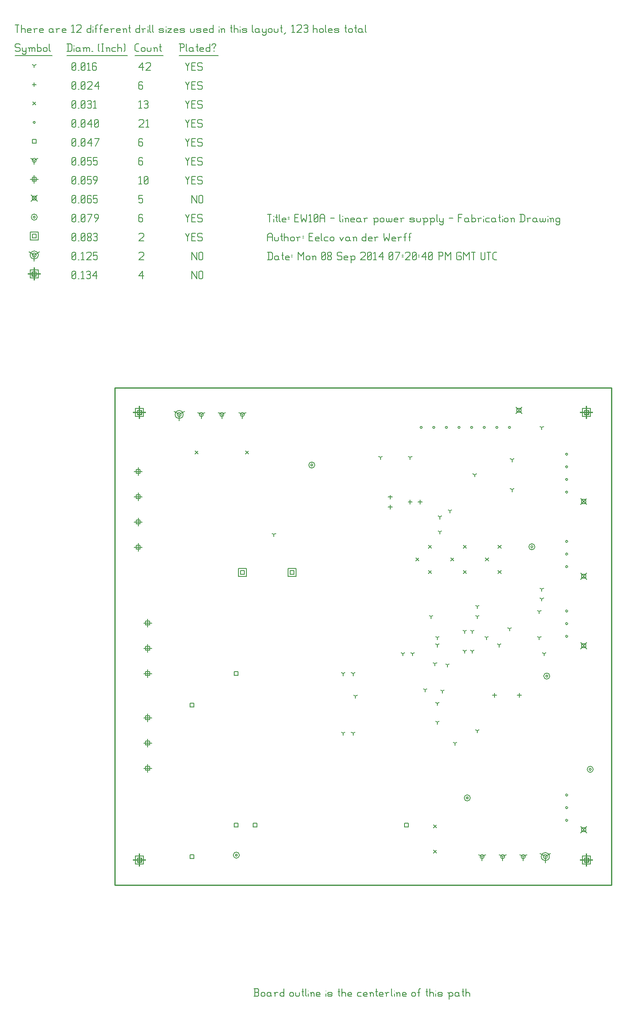
<source format=gbr>
G04 start of page 13 for group -3984 idx -3984 *
G04 Title: EW10A - linear power supply, fab *
G04 Creator: pcb 1.99z *
G04 CreationDate: Mon 08 Sep 2014 07:20:40 PM GMT UTC *
G04 For: eelco *
G04 Format: Gerber/RS-274X *
G04 PCB-Dimensions (mil): 5511.81 5511.81 *
G04 PCB-Coordinate-Origin: lower left *
%MOIN*%
%FSLAX25Y25*%
%LNFAB*%
%ADD144C,0.0100*%
%ADD143C,0.0075*%
%ADD142C,0.0060*%
%ADD141R,0.0080X0.0080*%
G54D141*X98425Y457556D02*Y447956D01*
X93625Y452756D02*X103225D01*
X96825Y454356D02*X100025D01*
X96825D02*Y451156D01*
X100025D01*
Y454356D02*Y451156D01*
X95225Y455956D02*X101625D01*
X95225D02*Y449556D01*
X101625D01*
Y455956D02*Y449556D01*
X452756Y457556D02*Y447956D01*
X447956Y452756D02*X457556D01*
X451156Y454356D02*X454356D01*
X451156D02*Y451156D01*
X454356D01*
Y454356D02*Y451156D01*
X449556Y455956D02*X455956D01*
X449556D02*Y449556D01*
X455956D01*
Y455956D02*Y449556D01*
X98425Y103225D02*Y93625D01*
X93625Y98425D02*X103225D01*
X96825Y100025D02*X100025D01*
X96825D02*Y96825D01*
X100025D01*
Y100025D02*Y96825D01*
X95225Y101625D02*X101625D01*
X95225D02*Y95225D01*
X101625D01*
Y101625D02*Y95225D01*
X452756Y103225D02*Y93625D01*
X447956Y98425D02*X457556D01*
X451156Y100025D02*X454356D01*
X451156D02*Y96825D01*
X454356D01*
Y100025D02*Y96825D01*
X449556Y101625D02*X455956D01*
X449556D02*Y95225D01*
X455956D01*
Y101625D02*Y95225D01*
X15000Y567231D02*Y557631D01*
X10200Y562431D02*X19800D01*
X13400Y564031D02*X16600D01*
X13400D02*Y560831D01*
X16600D01*
Y564031D02*Y560831D01*
X11800Y565631D02*X18200D01*
X11800D02*Y559231D01*
X18200D01*
Y565631D02*Y559231D01*
G54D142*X140000Y564681D02*Y558681D01*
Y564681D02*X143750Y558681D01*
Y564681D02*Y558681D01*
X145550Y563931D02*Y559431D01*
Y563931D02*X146300Y564681D01*
X147800D01*
X148550Y563931D01*
Y559431D01*
X147800Y558681D02*X148550Y559431D01*
X146300Y558681D02*X147800D01*
X145550Y559431D02*X146300Y558681D01*
X98000Y560931D02*X101000Y564681D01*
X98000Y560931D02*X101750D01*
X101000Y564681D02*Y558681D01*
X45000Y559431D02*X45750Y558681D01*
X45000Y563931D02*Y559431D01*
Y563931D02*X45750Y564681D01*
X47250D01*
X48000Y563931D01*
Y559431D01*
X47250Y558681D02*X48000Y559431D01*
X45750Y558681D02*X47250D01*
X45000Y560181D02*X48000Y563181D01*
X49800Y558681D02*X50550D01*
X52350Y563481D02*X53550Y564681D01*
Y558681D01*
X52350D02*X54600D01*
X56400Y563931D02*X57150Y564681D01*
X58650D01*
X59400Y563931D01*
X58650Y558681D02*X59400Y559431D01*
X57150Y558681D02*X58650D01*
X56400Y559431D02*X57150Y558681D01*
Y561981D02*X58650D01*
X59400Y563931D02*Y562731D01*
Y561231D02*Y559431D01*
Y561231D02*X58650Y561981D01*
X59400Y562731D02*X58650Y561981D01*
X61200Y560931D02*X64200Y564681D01*
X61200Y560931D02*X64950D01*
X64200Y564681D02*Y558681D01*
X420118Y101181D02*Y96381D01*
Y101181D02*X424278Y103581D01*
X420118Y101181D02*X415958Y103581D01*
X418518Y101181D02*G75*G03X421718Y101181I1600J0D01*G01*
G75*G03X418518Y101181I-1600J0D01*G01*
X416918D02*G75*G03X423318Y101181I3200J0D01*G01*
G75*G03X416918Y101181I-3200J0D01*G01*
X129882Y451181D02*Y446381D01*
Y451181D02*X134042Y453581D01*
X129882Y451181D02*X125722Y453581D01*
X128282Y451181D02*G75*G03X131482Y451181I1600J0D01*G01*
G75*G03X128282Y451181I-1600J0D01*G01*
X126682D02*G75*G03X133082Y451181I3200J0D01*G01*
G75*G03X126682Y451181I-3200J0D01*G01*
X15000Y577431D02*Y572631D01*
Y577431D02*X19160Y579831D01*
X15000Y577431D02*X10840Y579831D01*
X13400Y577431D02*G75*G03X16600Y577431I1600J0D01*G01*
G75*G03X13400Y577431I-1600J0D01*G01*
X11800D02*G75*G03X18200Y577431I3200J0D01*G01*
G75*G03X11800Y577431I-3200J0D01*G01*
X140000Y579681D02*Y573681D01*
Y579681D02*X143750Y573681D01*
Y579681D02*Y573681D01*
X145550Y578931D02*Y574431D01*
Y578931D02*X146300Y579681D01*
X147800D01*
X148550Y578931D01*
Y574431D01*
X147800Y573681D02*X148550Y574431D01*
X146300Y573681D02*X147800D01*
X145550Y574431D02*X146300Y573681D01*
X98000Y578931D02*X98750Y579681D01*
X101000D01*
X101750Y578931D01*
Y577431D01*
X98000Y573681D02*X101750Y577431D01*
X98000Y573681D02*X101750D01*
X45000Y574431D02*X45750Y573681D01*
X45000Y578931D02*Y574431D01*
Y578931D02*X45750Y579681D01*
X47250D01*
X48000Y578931D01*
Y574431D01*
X47250Y573681D02*X48000Y574431D01*
X45750Y573681D02*X47250D01*
X45000Y575181D02*X48000Y578181D01*
X49800Y573681D02*X50550D01*
X52350Y578481D02*X53550Y579681D01*
Y573681D01*
X52350D02*X54600D01*
X56400Y578931D02*X57150Y579681D01*
X59400D01*
X60150Y578931D01*
Y577431D01*
X56400Y573681D02*X60150Y577431D01*
X56400Y573681D02*X60150D01*
X61950Y579681D02*X64950D01*
X61950D02*Y576681D01*
X62700Y577431D01*
X64200D01*
X64950Y576681D01*
Y574431D01*
X64200Y573681D02*X64950Y574431D01*
X62700Y573681D02*X64200D01*
X61950Y574431D02*X62700Y573681D01*
X178400Y327781D02*X181600D01*
X178400D02*Y324581D01*
X181600D01*
Y327781D02*Y324581D01*
X176800Y329381D02*X183200D01*
X176800D02*Y322981D01*
X183200D01*
Y329381D02*Y322981D01*
X217770Y327781D02*X220970D01*
X217770D02*Y324581D01*
X220970D01*
Y327781D02*Y324581D01*
X216170Y329381D02*X222570D01*
X216170D02*Y322981D01*
X222570D01*
Y329381D02*Y322981D01*
X13400Y594031D02*X16600D01*
X13400D02*Y590831D01*
X16600D01*
Y594031D02*Y590831D01*
X11800Y595631D02*X18200D01*
X11800D02*Y589231D01*
X18200D01*
Y595631D02*Y589231D01*
X135000Y594681D02*X136500Y591681D01*
X138000Y594681D01*
X136500Y591681D02*Y588681D01*
X139800Y591981D02*X142050D01*
X139800Y588681D02*X142800D01*
X139800Y594681D02*Y588681D01*
Y594681D02*X142800D01*
X147600D02*X148350Y593931D01*
X145350Y594681D02*X147600D01*
X144600Y593931D02*X145350Y594681D01*
X144600Y593931D02*Y592431D01*
X145350Y591681D01*
X147600D01*
X148350Y590931D01*
Y589431D01*
X147600Y588681D02*X148350Y589431D01*
X145350Y588681D02*X147600D01*
X144600Y589431D02*X145350Y588681D01*
X98000Y593931D02*X98750Y594681D01*
X101000D01*
X101750Y593931D01*
Y592431D01*
X98000Y588681D02*X101750Y592431D01*
X98000Y588681D02*X101750D01*
X45000Y589431D02*X45750Y588681D01*
X45000Y593931D02*Y589431D01*
Y593931D02*X45750Y594681D01*
X47250D01*
X48000Y593931D01*
Y589431D01*
X47250Y588681D02*X48000Y589431D01*
X45750Y588681D02*X47250D01*
X45000Y590181D02*X48000Y593181D01*
X49800Y588681D02*X50550D01*
X52350Y589431D02*X53100Y588681D01*
X52350Y593931D02*Y589431D01*
Y593931D02*X53100Y594681D01*
X54600D01*
X55350Y593931D01*
Y589431D01*
X54600Y588681D02*X55350Y589431D01*
X53100Y588681D02*X54600D01*
X52350Y590181D02*X55350Y593181D01*
X57150Y589431D02*X57900Y588681D01*
X57150Y590631D02*Y589431D01*
Y590631D02*X58200Y591681D01*
X59100D01*
X60150Y590631D01*
Y589431D01*
X59400Y588681D02*X60150Y589431D01*
X57900Y588681D02*X59400D01*
X57150Y592731D02*X58200Y591681D01*
X57150Y593931D02*Y592731D01*
Y593931D02*X57900Y594681D01*
X59400D01*
X60150Y593931D01*
Y592731D01*
X59100Y591681D02*X60150Y592731D01*
X61950Y593931D02*X62700Y594681D01*
X64200D01*
X64950Y593931D01*
X64200Y588681D02*X64950Y589431D01*
X62700Y588681D02*X64200D01*
X61950Y589431D02*X62700Y588681D01*
Y591981D02*X64200D01*
X64950Y593931D02*Y592731D01*
Y591231D02*Y589431D01*
Y591231D02*X64200Y591981D01*
X64950Y592731D02*X64200Y591981D01*
X234200Y411181D02*G75*G03X235800Y411181I800J0D01*G01*
G75*G03X234200Y411181I-800J0D01*G01*
X232600D02*G75*G03X237400Y411181I2400J0D01*G01*
G75*G03X232600Y411181I-2400J0D01*G01*
X174397Y102362D02*G75*G03X175997Y102362I800J0D01*G01*
G75*G03X174397Y102362I-800J0D01*G01*
X172797D02*G75*G03X177597Y102362I2400J0D01*G01*
G75*G03X172797Y102362I-2400J0D01*G01*
X420460Y244094D02*G75*G03X422060Y244094I800J0D01*G01*
G75*G03X420460Y244094I-800J0D01*G01*
X418860D02*G75*G03X423660Y244094I2400J0D01*G01*
G75*G03X418860Y244094I-2400J0D01*G01*
X454909Y170276D02*G75*G03X456509Y170276I800J0D01*G01*
G75*G03X454909Y170276I-800J0D01*G01*
X453309D02*G75*G03X458109Y170276I2400J0D01*G01*
G75*G03X453309Y170276I-2400J0D01*G01*
X408649Y346457D02*G75*G03X410249Y346457I800J0D01*G01*
G75*G03X408649Y346457I-800J0D01*G01*
X407049D02*G75*G03X411849Y346457I2400J0D01*G01*
G75*G03X407049Y346457I-2400J0D01*G01*
X357468Y147638D02*G75*G03X359068Y147638I800J0D01*G01*
G75*G03X357468Y147638I-800J0D01*G01*
X355868D02*G75*G03X360668Y147638I2400J0D01*G01*
G75*G03X355868Y147638I-2400J0D01*G01*
X14200Y607431D02*G75*G03X15800Y607431I800J0D01*G01*
G75*G03X14200Y607431I-800J0D01*G01*
X12600D02*G75*G03X17400Y607431I2400J0D01*G01*
G75*G03X12600Y607431I-2400J0D01*G01*
X135000Y609681D02*X136500Y606681D01*
X138000Y609681D01*
X136500Y606681D02*Y603681D01*
X139800Y606981D02*X142050D01*
X139800Y603681D02*X142800D01*
X139800Y609681D02*Y603681D01*
Y609681D02*X142800D01*
X147600D02*X148350Y608931D01*
X145350Y609681D02*X147600D01*
X144600Y608931D02*X145350Y609681D01*
X144600Y608931D02*Y607431D01*
X145350Y606681D01*
X147600D01*
X148350Y605931D01*
Y604431D01*
X147600Y603681D02*X148350Y604431D01*
X145350Y603681D02*X147600D01*
X144600Y604431D02*X145350Y603681D01*
X100250Y609681D02*X101000Y608931D01*
X98750Y609681D02*X100250D01*
X98000Y608931D02*X98750Y609681D01*
X98000Y608931D02*Y604431D01*
X98750Y603681D01*
X100250Y606981D02*X101000Y606231D01*
X98000Y606981D02*X100250D01*
X98750Y603681D02*X100250D01*
X101000Y604431D01*
Y606231D02*Y604431D01*
X45000D02*X45750Y603681D01*
X45000Y608931D02*Y604431D01*
Y608931D02*X45750Y609681D01*
X47250D01*
X48000Y608931D01*
Y604431D01*
X47250Y603681D02*X48000Y604431D01*
X45750Y603681D02*X47250D01*
X45000Y605181D02*X48000Y608181D01*
X49800Y603681D02*X50550D01*
X52350Y604431D02*X53100Y603681D01*
X52350Y608931D02*Y604431D01*
Y608931D02*X53100Y609681D01*
X54600D01*
X55350Y608931D01*
Y604431D01*
X54600Y603681D02*X55350Y604431D01*
X53100Y603681D02*X54600D01*
X52350Y605181D02*X55350Y608181D01*
X57900Y603681D02*X60900Y609681D01*
X57150D02*X60900D01*
X63450Y603681D02*X65700Y606681D01*
Y608931D02*Y606681D01*
X64950Y609681D02*X65700Y608931D01*
X63450Y609681D02*X64950D01*
X62700Y608931D02*X63450Y609681D01*
X62700Y608931D02*Y607431D01*
X63450Y606681D01*
X65700D01*
X448108Y384664D02*X452908Y379864D01*
X448108D02*X452908Y384664D01*
X448908Y383864D02*X452108D01*
X448908D02*Y380664D01*
X452108D01*
Y383864D02*Y380664D01*
X448108Y325609D02*X452908Y320809D01*
X448108D02*X452908Y325609D01*
X448908Y324809D02*X452108D01*
X448908D02*Y321609D01*
X452108D01*
Y324809D02*Y321609D01*
X448108Y270491D02*X452908Y265691D01*
X448108D02*X452908Y270491D01*
X448908Y269691D02*X452108D01*
X448908D02*Y266491D01*
X452108D01*
Y269691D02*Y266491D01*
X396832Y456845D02*X401632Y452045D01*
X396832D02*X401632Y456845D01*
X397632Y456045D02*X400832D01*
X397632D02*Y452845D01*
X400832D01*
Y456045D02*Y452845D01*
X448108Y124821D02*X452908Y120021D01*
X448108D02*X452908Y124821D01*
X448908Y124021D02*X452108D01*
X448908D02*Y120821D01*
X452108D01*
Y124021D02*Y120821D01*
X12600Y624831D02*X17400Y620031D01*
X12600D02*X17400Y624831D01*
X13400Y624031D02*X16600D01*
X13400D02*Y620831D01*
X16600D01*
Y624031D02*Y620831D01*
X140000Y624681D02*Y618681D01*
Y624681D02*X143750Y618681D01*
Y624681D02*Y618681D01*
X145550Y623931D02*Y619431D01*
Y623931D02*X146300Y624681D01*
X147800D01*
X148550Y623931D01*
Y619431D01*
X147800Y618681D02*X148550Y619431D01*
X146300Y618681D02*X147800D01*
X145550Y619431D02*X146300Y618681D01*
X98000Y624681D02*X101000D01*
X98000D02*Y621681D01*
X98750Y622431D01*
X100250D01*
X101000Y621681D01*
Y619431D01*
X100250Y618681D02*X101000Y619431D01*
X98750Y618681D02*X100250D01*
X98000Y619431D02*X98750Y618681D01*
X45000Y619431D02*X45750Y618681D01*
X45000Y623931D02*Y619431D01*
Y623931D02*X45750Y624681D01*
X47250D01*
X48000Y623931D01*
Y619431D01*
X47250Y618681D02*X48000Y619431D01*
X45750Y618681D02*X47250D01*
X45000Y620181D02*X48000Y623181D01*
X49800Y618681D02*X50550D01*
X52350Y619431D02*X53100Y618681D01*
X52350Y623931D02*Y619431D01*
Y623931D02*X53100Y624681D01*
X54600D01*
X55350Y623931D01*
Y619431D01*
X54600Y618681D02*X55350Y619431D01*
X53100Y618681D02*X54600D01*
X52350Y620181D02*X55350Y623181D01*
X59400Y624681D02*X60150Y623931D01*
X57900Y624681D02*X59400D01*
X57150Y623931D02*X57900Y624681D01*
X57150Y623931D02*Y619431D01*
X57900Y618681D01*
X59400Y621981D02*X60150Y621231D01*
X57150Y621981D02*X59400D01*
X57900Y618681D02*X59400D01*
X60150Y619431D01*
Y621231D02*Y619431D01*
X61950Y624681D02*X64950D01*
X61950D02*Y621681D01*
X62700Y622431D01*
X64200D01*
X64950Y621681D01*
Y619431D01*
X64200Y618681D02*X64950Y619431D01*
X62700Y618681D02*X64200D01*
X61950Y619431D02*X62700Y618681D01*
X104921Y174302D02*Y167902D01*
X101721Y171102D02*X108121D01*
X103321Y172702D02*X106521D01*
X103321D02*Y169502D01*
X106521D01*
Y172702D02*Y169502D01*
X104921Y194302D02*Y187902D01*
X101721Y191102D02*X108121D01*
X103321Y192702D02*X106521D01*
X103321D02*Y189502D01*
X106521D01*
Y192702D02*Y189502D01*
X104921Y214302D02*Y207902D01*
X101721Y211102D02*X108121D01*
X103321Y212702D02*X106521D01*
X103321D02*Y209502D01*
X106521D01*
Y212702D02*Y209502D01*
X97421Y349302D02*Y342902D01*
X94221Y346102D02*X100621D01*
X95821Y347702D02*X99021D01*
X95821D02*Y344502D01*
X99021D01*
Y347702D02*Y344502D01*
X97421Y369302D02*Y362902D01*
X94221Y366102D02*X100621D01*
X95821Y367702D02*X99021D01*
X95821D02*Y364502D01*
X99021D01*
Y367702D02*Y364502D01*
X97421Y389302D02*Y382902D01*
X94221Y386102D02*X100621D01*
X95821Y387702D02*X99021D01*
X95821D02*Y384502D01*
X99021D01*
Y387702D02*Y384502D01*
X97421Y409302D02*Y402902D01*
X94221Y406102D02*X100621D01*
X95821Y407702D02*X99021D01*
X95821D02*Y404502D01*
X99021D01*
Y407702D02*Y404502D01*
X104921Y249302D02*Y242902D01*
X101721Y246102D02*X108121D01*
X103321Y247702D02*X106521D01*
X103321D02*Y244502D01*
X106521D01*
Y247702D02*Y244502D01*
X104921Y269302D02*Y262902D01*
X101721Y266102D02*X108121D01*
X103321Y267702D02*X106521D01*
X103321D02*Y264502D01*
X106521D01*
Y267702D02*Y264502D01*
X104921Y289302D02*Y282902D01*
X101721Y286102D02*X108121D01*
X103321Y287702D02*X106521D01*
X103321D02*Y284502D01*
X106521D01*
Y287702D02*Y284502D01*
X15000Y640631D02*Y634231D01*
X11800Y637431D02*X18200D01*
X13400Y639031D02*X16600D01*
X13400D02*Y635831D01*
X16600D01*
Y639031D02*Y635831D01*
X135000Y639681D02*X136500Y636681D01*
X138000Y639681D01*
X136500Y636681D02*Y633681D01*
X139800Y636981D02*X142050D01*
X139800Y633681D02*X142800D01*
X139800Y639681D02*Y633681D01*
Y639681D02*X142800D01*
X147600D02*X148350Y638931D01*
X145350Y639681D02*X147600D01*
X144600Y638931D02*X145350Y639681D01*
X144600Y638931D02*Y637431D01*
X145350Y636681D01*
X147600D01*
X148350Y635931D01*
Y634431D01*
X147600Y633681D02*X148350Y634431D01*
X145350Y633681D02*X147600D01*
X144600Y634431D02*X145350Y633681D01*
X98000Y638481D02*X99200Y639681D01*
Y633681D01*
X98000D02*X100250D01*
X102050Y634431D02*X102800Y633681D01*
X102050Y638931D02*Y634431D01*
Y638931D02*X102800Y639681D01*
X104300D01*
X105050Y638931D01*
Y634431D01*
X104300Y633681D02*X105050Y634431D01*
X102800Y633681D02*X104300D01*
X102050Y635181D02*X105050Y638181D01*
X45000Y634431D02*X45750Y633681D01*
X45000Y638931D02*Y634431D01*
Y638931D02*X45750Y639681D01*
X47250D01*
X48000Y638931D01*
Y634431D01*
X47250Y633681D02*X48000Y634431D01*
X45750Y633681D02*X47250D01*
X45000Y635181D02*X48000Y638181D01*
X49800Y633681D02*X50550D01*
X52350Y634431D02*X53100Y633681D01*
X52350Y638931D02*Y634431D01*
Y638931D02*X53100Y639681D01*
X54600D01*
X55350Y638931D01*
Y634431D01*
X54600Y633681D02*X55350Y634431D01*
X53100Y633681D02*X54600D01*
X52350Y635181D02*X55350Y638181D01*
X57150Y639681D02*X60150D01*
X57150D02*Y636681D01*
X57900Y637431D01*
X59400D01*
X60150Y636681D01*
Y634431D01*
X59400Y633681D02*X60150Y634431D01*
X57900Y633681D02*X59400D01*
X57150Y634431D02*X57900Y633681D01*
X62700D02*X64950Y636681D01*
Y638931D02*Y636681D01*
X64200Y639681D02*X64950Y638931D01*
X62700Y639681D02*X64200D01*
X61950Y638931D02*X62700Y639681D01*
X61950Y638931D02*Y637431D01*
X62700Y636681D01*
X64950D01*
X370000Y101181D02*Y97981D01*
Y101181D02*X372773Y102781D01*
X370000Y101181D02*X367227Y102781D01*
X368400Y101181D02*G75*G03X371600Y101181I1600J0D01*G01*
G75*G03X368400Y101181I-1600J0D01*G01*
X386299D02*Y97981D01*
Y101181D02*X389073Y102781D01*
X386299Y101181D02*X383526Y102781D01*
X384699Y101181D02*G75*G03X387899Y101181I1600J0D01*G01*
G75*G03X384699Y101181I-1600J0D01*G01*
X402598D02*Y97981D01*
Y101181D02*X405372Y102781D01*
X402598Y101181D02*X399825Y102781D01*
X400998Y101181D02*G75*G03X404198Y101181I1600J0D01*G01*
G75*G03X400998Y101181I-1600J0D01*G01*
X180000Y451181D02*Y447981D01*
Y451181D02*X182773Y452781D01*
X180000Y451181D02*X177227Y452781D01*
X178400Y451181D02*G75*G03X181600Y451181I1600J0D01*G01*
G75*G03X178400Y451181I-1600J0D01*G01*
X163701D02*Y447981D01*
Y451181D02*X166474Y452781D01*
X163701Y451181D02*X160927Y452781D01*
X162101Y451181D02*G75*G03X165301Y451181I1600J0D01*G01*
G75*G03X162101Y451181I-1600J0D01*G01*
X147402D02*Y447981D01*
Y451181D02*X150175Y452781D01*
X147402Y451181D02*X144628Y452781D01*
X145802Y451181D02*G75*G03X149002Y451181I1600J0D01*G01*
G75*G03X145802Y451181I-1600J0D01*G01*
X15000Y652431D02*Y649231D01*
Y652431D02*X17773Y654031D01*
X15000Y652431D02*X12227Y654031D01*
X13400Y652431D02*G75*G03X16600Y652431I1600J0D01*G01*
G75*G03X13400Y652431I-1600J0D01*G01*
X135000Y654681D02*X136500Y651681D01*
X138000Y654681D01*
X136500Y651681D02*Y648681D01*
X139800Y651981D02*X142050D01*
X139800Y648681D02*X142800D01*
X139800Y654681D02*Y648681D01*
Y654681D02*X142800D01*
X147600D02*X148350Y653931D01*
X145350Y654681D02*X147600D01*
X144600Y653931D02*X145350Y654681D01*
X144600Y653931D02*Y652431D01*
X145350Y651681D01*
X147600D01*
X148350Y650931D01*
Y649431D01*
X147600Y648681D02*X148350Y649431D01*
X145350Y648681D02*X147600D01*
X144600Y649431D02*X145350Y648681D01*
X100250Y654681D02*X101000Y653931D01*
X98750Y654681D02*X100250D01*
X98000Y653931D02*X98750Y654681D01*
X98000Y653931D02*Y649431D01*
X98750Y648681D01*
X100250Y651981D02*X101000Y651231D01*
X98000Y651981D02*X100250D01*
X98750Y648681D02*X100250D01*
X101000Y649431D01*
Y651231D02*Y649431D01*
X45000D02*X45750Y648681D01*
X45000Y653931D02*Y649431D01*
Y653931D02*X45750Y654681D01*
X47250D01*
X48000Y653931D01*
Y649431D01*
X47250Y648681D02*X48000Y649431D01*
X45750Y648681D02*X47250D01*
X45000Y650181D02*X48000Y653181D01*
X49800Y648681D02*X50550D01*
X52350Y649431D02*X53100Y648681D01*
X52350Y653931D02*Y649431D01*
Y653931D02*X53100Y654681D01*
X54600D01*
X55350Y653931D01*
Y649431D01*
X54600Y648681D02*X55350Y649431D01*
X53100Y648681D02*X54600D01*
X52350Y650181D02*X55350Y653181D01*
X57150Y654681D02*X60150D01*
X57150D02*Y651681D01*
X57900Y652431D01*
X59400D01*
X60150Y651681D01*
Y649431D01*
X59400Y648681D02*X60150Y649431D01*
X57900Y648681D02*X59400D01*
X57150Y649431D02*X57900Y648681D01*
X61950Y654681D02*X64950D01*
X61950D02*Y651681D01*
X62700Y652431D01*
X64200D01*
X64950Y651681D01*
Y649431D01*
X64200Y648681D02*X64950Y649431D01*
X62700Y648681D02*X64200D01*
X61950Y649431D02*X62700Y648681D01*
X138400Y222781D02*X141600D01*
X138400D02*Y219581D01*
X141600D01*
Y222781D02*Y219581D01*
X138400Y102781D02*X141600D01*
X138400D02*Y99581D01*
X141600D01*
Y102781D02*Y99581D01*
X188400Y127781D02*X191600D01*
X188400D02*Y124581D01*
X191600D01*
Y127781D02*Y124581D01*
X308400Y127781D02*X311600D01*
X308400D02*Y124581D01*
X311600D01*
Y127781D02*Y124581D01*
X173400Y247781D02*X176600D01*
X173400D02*Y244581D01*
X176600D01*
Y247781D02*Y244581D01*
X173400Y127781D02*X176600D01*
X173400D02*Y124581D01*
X176600D01*
Y127781D02*Y124581D01*
X13400Y669031D02*X16600D01*
X13400D02*Y665831D01*
X16600D01*
Y669031D02*Y665831D01*
X135000Y669681D02*X136500Y666681D01*
X138000Y669681D01*
X136500Y666681D02*Y663681D01*
X139800Y666981D02*X142050D01*
X139800Y663681D02*X142800D01*
X139800Y669681D02*Y663681D01*
Y669681D02*X142800D01*
X147600D02*X148350Y668931D01*
X145350Y669681D02*X147600D01*
X144600Y668931D02*X145350Y669681D01*
X144600Y668931D02*Y667431D01*
X145350Y666681D01*
X147600D01*
X148350Y665931D01*
Y664431D01*
X147600Y663681D02*X148350Y664431D01*
X145350Y663681D02*X147600D01*
X144600Y664431D02*X145350Y663681D01*
X100250Y669681D02*X101000Y668931D01*
X98750Y669681D02*X100250D01*
X98000Y668931D02*X98750Y669681D01*
X98000Y668931D02*Y664431D01*
X98750Y663681D01*
X100250Y666981D02*X101000Y666231D01*
X98000Y666981D02*X100250D01*
X98750Y663681D02*X100250D01*
X101000Y664431D01*
Y666231D02*Y664431D01*
X45000D02*X45750Y663681D01*
X45000Y668931D02*Y664431D01*
Y668931D02*X45750Y669681D01*
X47250D01*
X48000Y668931D01*
Y664431D01*
X47250Y663681D02*X48000Y664431D01*
X45750Y663681D02*X47250D01*
X45000Y665181D02*X48000Y668181D01*
X49800Y663681D02*X50550D01*
X52350Y664431D02*X53100Y663681D01*
X52350Y668931D02*Y664431D01*
Y668931D02*X53100Y669681D01*
X54600D01*
X55350Y668931D01*
Y664431D01*
X54600Y663681D02*X55350Y664431D01*
X53100Y663681D02*X54600D01*
X52350Y665181D02*X55350Y668181D01*
X57150Y665931D02*X60150Y669681D01*
X57150Y665931D02*X60900D01*
X60150Y669681D02*Y663681D01*
X63450D02*X66450Y669681D01*
X62700D02*X66450D01*
X436208Y389764D02*G75*G03X437808Y389764I800J0D01*G01*
G75*G03X436208Y389764I-800J0D01*G01*
Y399764D02*G75*G03X437808Y399764I800J0D01*G01*
G75*G03X436208Y399764I-800J0D01*G01*
Y409764D02*G75*G03X437808Y409764I800J0D01*G01*
G75*G03X436208Y409764I-800J0D01*G01*
Y419764D02*G75*G03X437808Y419764I800J0D01*G01*
G75*G03X436208Y419764I-800J0D01*G01*
Y330709D02*G75*G03X437808Y330709I800J0D01*G01*
G75*G03X436208Y330709I-800J0D01*G01*
Y340709D02*G75*G03X437808Y340709I800J0D01*G01*
G75*G03X436208Y340709I-800J0D01*G01*
Y350709D02*G75*G03X437808Y350709I800J0D01*G01*
G75*G03X436208Y350709I-800J0D01*G01*
Y275591D02*G75*G03X437808Y275591I800J0D01*G01*
G75*G03X436208Y275591I-800J0D01*G01*
Y285591D02*G75*G03X437808Y285591I800J0D01*G01*
G75*G03X436208Y285591I-800J0D01*G01*
Y295591D02*G75*G03X437808Y295591I800J0D01*G01*
G75*G03X436208Y295591I-800J0D01*G01*
X390932Y440945D02*G75*G03X392532Y440945I800J0D01*G01*
G75*G03X390932Y440945I-800J0D01*G01*
X380932D02*G75*G03X382532Y440945I800J0D01*G01*
G75*G03X380932Y440945I-800J0D01*G01*
X370932D02*G75*G03X372532Y440945I800J0D01*G01*
G75*G03X370932Y440945I-800J0D01*G01*
X360932D02*G75*G03X362532Y440945I800J0D01*G01*
G75*G03X360932Y440945I-800J0D01*G01*
X350932D02*G75*G03X352532Y440945I800J0D01*G01*
G75*G03X350932Y440945I-800J0D01*G01*
X340932D02*G75*G03X342532Y440945I800J0D01*G01*
G75*G03X340932Y440945I-800J0D01*G01*
X330932D02*G75*G03X332532Y440945I800J0D01*G01*
G75*G03X330932Y440945I-800J0D01*G01*
X320932D02*G75*G03X322532Y440945I800J0D01*G01*
G75*G03X320932Y440945I-800J0D01*G01*
X436208Y129921D02*G75*G03X437808Y129921I800J0D01*G01*
G75*G03X436208Y129921I-800J0D01*G01*
Y139921D02*G75*G03X437808Y139921I800J0D01*G01*
G75*G03X436208Y139921I-800J0D01*G01*
Y149921D02*G75*G03X437808Y149921I800J0D01*G01*
G75*G03X436208Y149921I-800J0D01*G01*
X14200Y682431D02*G75*G03X15800Y682431I800J0D01*G01*
G75*G03X14200Y682431I-800J0D01*G01*
X135000Y684681D02*X136500Y681681D01*
X138000Y684681D01*
X136500Y681681D02*Y678681D01*
X139800Y681981D02*X142050D01*
X139800Y678681D02*X142800D01*
X139800Y684681D02*Y678681D01*
Y684681D02*X142800D01*
X147600D02*X148350Y683931D01*
X145350Y684681D02*X147600D01*
X144600Y683931D02*X145350Y684681D01*
X144600Y683931D02*Y682431D01*
X145350Y681681D01*
X147600D01*
X148350Y680931D01*
Y679431D01*
X147600Y678681D02*X148350Y679431D01*
X145350Y678681D02*X147600D01*
X144600Y679431D02*X145350Y678681D01*
X98000Y683931D02*X98750Y684681D01*
X101000D01*
X101750Y683931D01*
Y682431D01*
X98000Y678681D02*X101750Y682431D01*
X98000Y678681D02*X101750D01*
X103550Y683481D02*X104750Y684681D01*
Y678681D01*
X103550D02*X105800D01*
X45000Y679431D02*X45750Y678681D01*
X45000Y683931D02*Y679431D01*
Y683931D02*X45750Y684681D01*
X47250D01*
X48000Y683931D01*
Y679431D01*
X47250Y678681D02*X48000Y679431D01*
X45750Y678681D02*X47250D01*
X45000Y680181D02*X48000Y683181D01*
X49800Y678681D02*X50550D01*
X52350Y679431D02*X53100Y678681D01*
X52350Y683931D02*Y679431D01*
Y683931D02*X53100Y684681D01*
X54600D01*
X55350Y683931D01*
Y679431D01*
X54600Y678681D02*X55350Y679431D01*
X53100Y678681D02*X54600D01*
X52350Y680181D02*X55350Y683181D01*
X57150Y680931D02*X60150Y684681D01*
X57150Y680931D02*X60900D01*
X60150Y684681D02*Y678681D01*
X62700Y679431D02*X63450Y678681D01*
X62700Y683931D02*Y679431D01*
Y683931D02*X63450Y684681D01*
X64950D01*
X65700Y683931D01*
Y679431D01*
X64950Y678681D02*X65700Y679431D01*
X63450Y678681D02*X64950D01*
X62700Y680181D02*X65700Y683181D01*
X327540Y347657D02*X329940Y345257D01*
X327540D02*X329940Y347657D01*
X317540Y337657D02*X319940Y335257D01*
X317540D02*X319940Y337657D01*
X327540Y327657D02*X329940Y325257D01*
X327540D02*X329940Y327657D01*
X382658Y347657D02*X385058Y345257D01*
X382658D02*X385058Y347657D01*
X372658Y337657D02*X375058Y335257D01*
X372658D02*X375058Y337657D01*
X382658Y327657D02*X385058Y325257D01*
X382658D02*X385058Y327657D01*
X355099Y347657D02*X357499Y345257D01*
X355099D02*X357499Y347657D01*
X345099Y337657D02*X347499Y335257D01*
X345099D02*X347499Y337657D01*
X355099Y327657D02*X357499Y325257D01*
X355099D02*X357499Y327657D01*
X182501Y422381D02*X184901Y419981D01*
X182501D02*X184901Y422381D01*
X142501D02*X144901Y419981D01*
X142501D02*X144901Y422381D01*
X331477Y126216D02*X333877Y123816D01*
X331477D02*X333877Y126216D01*
X331477Y106216D02*X333877Y103816D01*
X331477D02*X333877Y106216D01*
X13800Y698631D02*X16200Y696231D01*
X13800D02*X16200Y698631D01*
X135000Y699681D02*X136500Y696681D01*
X138000Y699681D01*
X136500Y696681D02*Y693681D01*
X139800Y696981D02*X142050D01*
X139800Y693681D02*X142800D01*
X139800Y699681D02*Y693681D01*
Y699681D02*X142800D01*
X147600D02*X148350Y698931D01*
X145350Y699681D02*X147600D01*
X144600Y698931D02*X145350Y699681D01*
X144600Y698931D02*Y697431D01*
X145350Y696681D01*
X147600D01*
X148350Y695931D01*
Y694431D01*
X147600Y693681D02*X148350Y694431D01*
X145350Y693681D02*X147600D01*
X144600Y694431D02*X145350Y693681D01*
X98000Y698481D02*X99200Y699681D01*
Y693681D01*
X98000D02*X100250D01*
X102050Y698931D02*X102800Y699681D01*
X104300D01*
X105050Y698931D01*
X104300Y693681D02*X105050Y694431D01*
X102800Y693681D02*X104300D01*
X102050Y694431D02*X102800Y693681D01*
Y696981D02*X104300D01*
X105050Y698931D02*Y697731D01*
Y696231D02*Y694431D01*
Y696231D02*X104300Y696981D01*
X105050Y697731D02*X104300Y696981D01*
X45000Y694431D02*X45750Y693681D01*
X45000Y698931D02*Y694431D01*
Y698931D02*X45750Y699681D01*
X47250D01*
X48000Y698931D01*
Y694431D01*
X47250Y693681D02*X48000Y694431D01*
X45750Y693681D02*X47250D01*
X45000Y695181D02*X48000Y698181D01*
X49800Y693681D02*X50550D01*
X52350Y694431D02*X53100Y693681D01*
X52350Y698931D02*Y694431D01*
Y698931D02*X53100Y699681D01*
X54600D01*
X55350Y698931D01*
Y694431D01*
X54600Y693681D02*X55350Y694431D01*
X53100Y693681D02*X54600D01*
X52350Y695181D02*X55350Y698181D01*
X57150Y698931D02*X57900Y699681D01*
X59400D01*
X60150Y698931D01*
X59400Y693681D02*X60150Y694431D01*
X57900Y693681D02*X59400D01*
X57150Y694431D02*X57900Y693681D01*
Y696981D02*X59400D01*
X60150Y698931D02*Y697731D01*
Y696231D02*Y694431D01*
Y696231D02*X59400Y696981D01*
X60150Y697731D02*X59400Y696981D01*
X61950Y698481D02*X63150Y699681D01*
Y693681D01*
X61950D02*X64200D01*
X399606Y230537D02*Y227337D01*
X398006Y228937D02*X401206D01*
X379921Y230537D02*Y227337D01*
X378321Y228937D02*X381521D01*
X297244Y387427D02*Y384227D01*
X295644Y385827D02*X298844D01*
X297244Y379553D02*Y376353D01*
X295644Y377953D02*X298844D01*
X312992Y383490D02*Y380290D01*
X311392Y381890D02*X314592D01*
X320866Y383490D02*Y380290D01*
X319266Y381890D02*X322466D01*
X15000Y714031D02*Y710831D01*
X13400Y712431D02*X16600D01*
X135000Y714681D02*X136500Y711681D01*
X138000Y714681D01*
X136500Y711681D02*Y708681D01*
X139800Y711981D02*X142050D01*
X139800Y708681D02*X142800D01*
X139800Y714681D02*Y708681D01*
Y714681D02*X142800D01*
X147600D02*X148350Y713931D01*
X145350Y714681D02*X147600D01*
X144600Y713931D02*X145350Y714681D01*
X144600Y713931D02*Y712431D01*
X145350Y711681D01*
X147600D01*
X148350Y710931D01*
Y709431D01*
X147600Y708681D02*X148350Y709431D01*
X145350Y708681D02*X147600D01*
X144600Y709431D02*X145350Y708681D01*
X100250Y714681D02*X101000Y713931D01*
X98750Y714681D02*X100250D01*
X98000Y713931D02*X98750Y714681D01*
X98000Y713931D02*Y709431D01*
X98750Y708681D01*
X100250Y711981D02*X101000Y711231D01*
X98000Y711981D02*X100250D01*
X98750Y708681D02*X100250D01*
X101000Y709431D01*
Y711231D02*Y709431D01*
X45000D02*X45750Y708681D01*
X45000Y713931D02*Y709431D01*
Y713931D02*X45750Y714681D01*
X47250D01*
X48000Y713931D01*
Y709431D01*
X47250Y708681D02*X48000Y709431D01*
X45750Y708681D02*X47250D01*
X45000Y710181D02*X48000Y713181D01*
X49800Y708681D02*X50550D01*
X52350Y709431D02*X53100Y708681D01*
X52350Y713931D02*Y709431D01*
Y713931D02*X53100Y714681D01*
X54600D01*
X55350Y713931D01*
Y709431D01*
X54600Y708681D02*X55350Y709431D01*
X53100Y708681D02*X54600D01*
X52350Y710181D02*X55350Y713181D01*
X57150Y713931D02*X57900Y714681D01*
X60150D01*
X60900Y713931D01*
Y712431D01*
X57150Y708681D02*X60900Y712431D01*
X57150Y708681D02*X60900D01*
X62700Y710931D02*X65700Y714681D01*
X62700Y710931D02*X66450D01*
X65700Y714681D02*Y708681D01*
X332677Y253937D02*Y252337D01*
Y253937D02*X334064Y254737D01*
X332677Y253937D02*X331290Y254737D01*
X356299Y263780D02*Y262180D01*
Y263780D02*X357686Y264580D01*
X356299Y263780D02*X354913Y264580D01*
X356299Y279528D02*Y277928D01*
Y279528D02*X357686Y280328D01*
X356299Y279528D02*X354913Y280328D01*
X362205Y263780D02*Y262180D01*
Y263780D02*X363591Y264580D01*
X362205Y263780D02*X360818Y264580D01*
X362205Y279528D02*Y277928D01*
Y279528D02*X363591Y280328D01*
X362205Y279528D02*X360818Y280328D01*
X366142Y291339D02*Y289739D01*
Y291339D02*X367528Y292139D01*
X366142Y291339D02*X364755Y292139D01*
X366142Y299213D02*Y297613D01*
Y299213D02*X367528Y300013D01*
X366142Y299213D02*X364755Y300013D01*
X419291Y261811D02*Y260211D01*
Y261811D02*X420678Y262611D01*
X419291Y261811D02*X417905Y262611D01*
X417323Y305118D02*Y303518D01*
Y305118D02*X418710Y305918D01*
X417323Y305118D02*X415936Y305918D01*
X364075Y403445D02*Y401845D01*
Y403445D02*X365461Y404245D01*
X364075Y403445D02*X362688Y404245D01*
X344587Y374902D02*Y373302D01*
Y374902D02*X345973Y375702D01*
X344587Y374902D02*X343200Y375702D01*
X417323Y440945D02*Y439345D01*
Y440945D02*X418710Y441745D01*
X417323Y440945D02*X415936Y441745D01*
X336614Y358268D02*Y356668D01*
Y358268D02*X338001Y359068D01*
X336614Y358268D02*X335228Y359068D01*
X415354Y274606D02*Y273006D01*
Y274606D02*X416741Y275406D01*
X415354Y274606D02*X413968Y275406D01*
X336614Y370079D02*Y368479D01*
Y370079D02*X338001Y370879D01*
X336614Y370079D02*X335228Y370879D01*
X312992Y417323D02*Y415723D01*
Y417323D02*X314379Y418123D01*
X312992Y417323D02*X311605Y418123D01*
X417323Y312992D02*Y311392D01*
Y312992D02*X418710Y313792D01*
X417323Y312992D02*X415936Y313792D01*
X338583Y232283D02*Y230683D01*
Y232283D02*X339969Y233083D01*
X338583Y232283D02*X337196Y233083D01*
X391732Y281555D02*Y279955D01*
Y281555D02*X393119Y282355D01*
X391732Y281555D02*X390346Y282355D01*
X393701Y391732D02*Y390132D01*
Y391732D02*X395087Y392532D01*
X393701Y391732D02*X392314Y392532D01*
X393701Y415354D02*Y413754D01*
Y415354D02*X395087Y416154D01*
X393701Y415354D02*X392314Y416154D01*
X329646Y291339D02*Y289739D01*
Y291339D02*X331032Y292139D01*
X329646Y291339D02*X328259Y292139D01*
X334646Y274606D02*Y273006D01*
Y274606D02*X336032Y275406D01*
X334646Y274606D02*X333259Y275406D01*
X334646Y268701D02*Y267101D01*
Y268701D02*X336032Y269501D01*
X334646Y268701D02*X333259Y269501D01*
X383484Y268701D02*Y267101D01*
Y268701D02*X384871Y269501D01*
X383484Y268701D02*X382098Y269501D01*
X373484Y274606D02*Y273006D01*
Y274606D02*X374871Y275406D01*
X373484Y274606D02*X372098Y275406D01*
X415354Y295276D02*Y293676D01*
Y295276D02*X416741Y296076D01*
X415354Y295276D02*X413968Y296076D01*
X324803Y233169D02*Y231569D01*
Y233169D02*X326190Y233969D01*
X324803Y233169D02*X323416Y233969D01*
X259843Y246063D02*Y244463D01*
Y246063D02*X261229Y246863D01*
X259843Y246063D02*X258456Y246863D01*
X267717Y246063D02*Y244463D01*
Y246063D02*X269103Y246863D01*
X267717Y246063D02*X266330Y246863D01*
X267717Y198819D02*Y197219D01*
Y198819D02*X269103Y199619D01*
X267717Y198819D02*X266330Y199619D01*
X259843Y198819D02*Y197219D01*
Y198819D02*X261229Y199619D01*
X259843Y198819D02*X258456Y199619D01*
X307087Y261811D02*Y260211D01*
Y261811D02*X308473Y262611D01*
X307087Y261811D02*X305700Y262611D01*
X314961Y261811D02*Y260211D01*
Y261811D02*X316347Y262611D01*
X314961Y261811D02*X313574Y262611D01*
X205000Y356181D02*Y354581D01*
Y356181D02*X206387Y356981D01*
X205000Y356181D02*X203613Y356981D01*
X289370Y417323D02*Y415723D01*
Y417323D02*X290757Y418123D01*
X289370Y417323D02*X287983Y418123D01*
X348425Y190945D02*Y189345D01*
Y190945D02*X349812Y191745D01*
X348425Y190945D02*X347039Y191745D01*
X334646Y207677D02*Y206077D01*
Y207677D02*X336032Y208477D01*
X334646Y207677D02*X333259Y208477D01*
X366142Y200787D02*Y199187D01*
Y200787D02*X367528Y201587D01*
X366142Y200787D02*X364755Y201587D01*
X269685Y228346D02*Y226746D01*
Y228346D02*X271072Y229146D01*
X269685Y228346D02*X268298Y229146D01*
X342520Y252953D02*Y251353D01*
Y252953D02*X343906Y253753D01*
X342520Y252953D02*X341133Y253753D01*
X334646Y222441D02*Y220841D01*
Y222441D02*X336032Y223241D01*
X334646Y222441D02*X333259Y223241D01*
X15000Y727431D02*Y725831D01*
Y727431D02*X16387Y728231D01*
X15000Y727431D02*X13613Y728231D01*
X135000Y729681D02*X136500Y726681D01*
X138000Y729681D01*
X136500Y726681D02*Y723681D01*
X139800Y726981D02*X142050D01*
X139800Y723681D02*X142800D01*
X139800Y729681D02*Y723681D01*
Y729681D02*X142800D01*
X147600D02*X148350Y728931D01*
X145350Y729681D02*X147600D01*
X144600Y728931D02*X145350Y729681D01*
X144600Y728931D02*Y727431D01*
X145350Y726681D01*
X147600D01*
X148350Y725931D01*
Y724431D01*
X147600Y723681D02*X148350Y724431D01*
X145350Y723681D02*X147600D01*
X144600Y724431D02*X145350Y723681D01*
X98000Y725931D02*X101000Y729681D01*
X98000Y725931D02*X101750D01*
X101000Y729681D02*Y723681D01*
X103550Y728931D02*X104300Y729681D01*
X106550D01*
X107300Y728931D01*
Y727431D01*
X103550Y723681D02*X107300Y727431D01*
X103550Y723681D02*X107300D01*
X45000Y724431D02*X45750Y723681D01*
X45000Y728931D02*Y724431D01*
Y728931D02*X45750Y729681D01*
X47250D01*
X48000Y728931D01*
Y724431D01*
X47250Y723681D02*X48000Y724431D01*
X45750Y723681D02*X47250D01*
X45000Y725181D02*X48000Y728181D01*
X49800Y723681D02*X50550D01*
X52350Y724431D02*X53100Y723681D01*
X52350Y728931D02*Y724431D01*
Y728931D02*X53100Y729681D01*
X54600D01*
X55350Y728931D01*
Y724431D01*
X54600Y723681D02*X55350Y724431D01*
X53100Y723681D02*X54600D01*
X52350Y725181D02*X55350Y728181D01*
X57150Y728481D02*X58350Y729681D01*
Y723681D01*
X57150D02*X59400D01*
X63450Y729681D02*X64200Y728931D01*
X61950Y729681D02*X63450D01*
X61200Y728931D02*X61950Y729681D01*
X61200Y728931D02*Y724431D01*
X61950Y723681D01*
X63450Y726981D02*X64200Y726231D01*
X61200Y726981D02*X63450D01*
X61950Y723681D02*X63450D01*
X64200Y724431D01*
Y726231D02*Y724431D01*
X3000Y744681D02*X3750Y743931D01*
X750Y744681D02*X3000D01*
X0Y743931D02*X750Y744681D01*
X0Y743931D02*Y742431D01*
X750Y741681D01*
X3000D01*
X3750Y740931D01*
Y739431D01*
X3000Y738681D02*X3750Y739431D01*
X750Y738681D02*X3000D01*
X0Y739431D02*X750Y738681D01*
X5550Y741681D02*Y739431D01*
X6300Y738681D01*
X8550Y741681D02*Y737181D01*
X7800Y736431D02*X8550Y737181D01*
X6300Y736431D02*X7800D01*
X5550Y737181D02*X6300Y736431D01*
Y738681D02*X7800D01*
X8550Y739431D01*
X11100Y740931D02*Y738681D01*
Y740931D02*X11850Y741681D01*
X12600D01*
X13350Y740931D01*
Y738681D01*
Y740931D02*X14100Y741681D01*
X14850D01*
X15600Y740931D01*
Y738681D01*
X10350Y741681D02*X11100Y740931D01*
X17400Y744681D02*Y738681D01*
Y739431D02*X18150Y738681D01*
X19650D01*
X20400Y739431D01*
Y740931D02*Y739431D01*
X19650Y741681D02*X20400Y740931D01*
X18150Y741681D02*X19650D01*
X17400Y740931D02*X18150Y741681D01*
X22200Y740931D02*Y739431D01*
Y740931D02*X22950Y741681D01*
X24450D01*
X25200Y740931D01*
Y739431D01*
X24450Y738681D02*X25200Y739431D01*
X22950Y738681D02*X24450D01*
X22200Y739431D02*X22950Y738681D01*
X27000Y744681D02*Y739431D01*
X27750Y738681D01*
X0Y735431D02*X29250D01*
X41750Y744681D02*Y738681D01*
X43700Y744681D02*X44750Y743631D01*
Y739731D01*
X43700Y738681D02*X44750Y739731D01*
X41000Y738681D02*X43700D01*
X41000Y744681D02*X43700D01*
G54D143*X46550Y743181D02*Y743031D01*
G54D142*Y740931D02*Y738681D01*
X50300Y741681D02*X51050Y740931D01*
X48800Y741681D02*X50300D01*
X48050Y740931D02*X48800Y741681D01*
X48050Y740931D02*Y739431D01*
X48800Y738681D01*
X51050Y741681D02*Y739431D01*
X51800Y738681D01*
X48800D02*X50300D01*
X51050Y739431D01*
X54350Y740931D02*Y738681D01*
Y740931D02*X55100Y741681D01*
X55850D01*
X56600Y740931D01*
Y738681D01*
Y740931D02*X57350Y741681D01*
X58100D01*
X58850Y740931D01*
Y738681D01*
X53600Y741681D02*X54350Y740931D01*
X60650Y738681D02*X61400D01*
X65900Y739431D02*X66650Y738681D01*
X65900Y743931D02*X66650Y744681D01*
X65900Y743931D02*Y739431D01*
X68450Y744681D02*X69950D01*
X69200D02*Y738681D01*
X68450D02*X69950D01*
X72500Y740931D02*Y738681D01*
Y740931D02*X73250Y741681D01*
X74000D01*
X74750Y740931D01*
Y738681D01*
X71750Y741681D02*X72500Y740931D01*
X77300Y741681D02*X79550D01*
X76550Y740931D02*X77300Y741681D01*
X76550Y740931D02*Y739431D01*
X77300Y738681D01*
X79550D01*
X81350Y744681D02*Y738681D01*
Y740931D02*X82100Y741681D01*
X83600D01*
X84350Y740931D01*
Y738681D01*
X86150Y744681D02*X86900Y743931D01*
Y739431D01*
X86150Y738681D02*X86900Y739431D01*
X41000Y735431D02*X88700D01*
X96050Y738681D02*X98000D01*
X95000Y739731D02*X96050Y738681D01*
X95000Y743631D02*Y739731D01*
Y743631D02*X96050Y744681D01*
X98000D01*
X99800Y740931D02*Y739431D01*
Y740931D02*X100550Y741681D01*
X102050D01*
X102800Y740931D01*
Y739431D01*
X102050Y738681D02*X102800Y739431D01*
X100550Y738681D02*X102050D01*
X99800Y739431D02*X100550Y738681D01*
X104600Y741681D02*Y739431D01*
X105350Y738681D01*
X106850D01*
X107600Y739431D01*
Y741681D02*Y739431D01*
X110150Y740931D02*Y738681D01*
Y740931D02*X110900Y741681D01*
X111650D01*
X112400Y740931D01*
Y738681D01*
X109400Y741681D02*X110150Y740931D01*
X114950Y744681D02*Y739431D01*
X115700Y738681D01*
X114200Y742431D02*X115700D01*
X95000Y735431D02*X117200D01*
X130750Y744681D02*Y738681D01*
X130000Y744681D02*X133000D01*
X133750Y743931D01*
Y742431D01*
X133000Y741681D02*X133750Y742431D01*
X130750Y741681D02*X133000D01*
X135550Y744681D02*Y739431D01*
X136300Y738681D01*
X140050Y741681D02*X140800Y740931D01*
X138550Y741681D02*X140050D01*
X137800Y740931D02*X138550Y741681D01*
X137800Y740931D02*Y739431D01*
X138550Y738681D01*
X140800Y741681D02*Y739431D01*
X141550Y738681D01*
X138550D02*X140050D01*
X140800Y739431D01*
X144100Y744681D02*Y739431D01*
X144850Y738681D01*
X143350Y742431D02*X144850D01*
X147100Y738681D02*X149350D01*
X146350Y739431D02*X147100Y738681D01*
X146350Y740931D02*Y739431D01*
Y740931D02*X147100Y741681D01*
X148600D01*
X149350Y740931D01*
X146350Y740181D02*X149350D01*
Y740931D02*Y740181D01*
X154150Y744681D02*Y738681D01*
X153400D02*X154150Y739431D01*
X151900Y738681D02*X153400D01*
X151150Y739431D02*X151900Y738681D01*
X151150Y740931D02*Y739431D01*
Y740931D02*X151900Y741681D01*
X153400D01*
X154150Y740931D01*
X157450Y741681D02*Y740931D01*
Y739431D02*Y738681D01*
X155950Y743931D02*Y743181D01*
Y743931D02*X156700Y744681D01*
X158200D01*
X158950Y743931D01*
Y743181D01*
X157450Y741681D02*X158950Y743181D01*
X130000Y735431D02*X160750D01*
X0Y759681D02*X3000D01*
X1500D02*Y753681D01*
X4800Y759681D02*Y753681D01*
Y755931D02*X5550Y756681D01*
X7050D01*
X7800Y755931D01*
Y753681D01*
X10350D02*X12600D01*
X9600Y754431D02*X10350Y753681D01*
X9600Y755931D02*Y754431D01*
Y755931D02*X10350Y756681D01*
X11850D01*
X12600Y755931D01*
X9600Y755181D02*X12600D01*
Y755931D02*Y755181D01*
X15150Y755931D02*Y753681D01*
Y755931D02*X15900Y756681D01*
X17400D01*
X14400D02*X15150Y755931D01*
X19950Y753681D02*X22200D01*
X19200Y754431D02*X19950Y753681D01*
X19200Y755931D02*Y754431D01*
Y755931D02*X19950Y756681D01*
X21450D01*
X22200Y755931D01*
X19200Y755181D02*X22200D01*
Y755931D02*Y755181D01*
X28950Y756681D02*X29700Y755931D01*
X27450Y756681D02*X28950D01*
X26700Y755931D02*X27450Y756681D01*
X26700Y755931D02*Y754431D01*
X27450Y753681D01*
X29700Y756681D02*Y754431D01*
X30450Y753681D01*
X27450D02*X28950D01*
X29700Y754431D01*
X33000Y755931D02*Y753681D01*
Y755931D02*X33750Y756681D01*
X35250D01*
X32250D02*X33000Y755931D01*
X37800Y753681D02*X40050D01*
X37050Y754431D02*X37800Y753681D01*
X37050Y755931D02*Y754431D01*
Y755931D02*X37800Y756681D01*
X39300D01*
X40050Y755931D01*
X37050Y755181D02*X40050D01*
Y755931D02*Y755181D01*
X44550Y758481D02*X45750Y759681D01*
Y753681D01*
X44550D02*X46800D01*
X48600Y758931D02*X49350Y759681D01*
X51600D01*
X52350Y758931D01*
Y757431D01*
X48600Y753681D02*X52350Y757431D01*
X48600Y753681D02*X52350D01*
X59850Y759681D02*Y753681D01*
X59100D02*X59850Y754431D01*
X57600Y753681D02*X59100D01*
X56850Y754431D02*X57600Y753681D01*
X56850Y755931D02*Y754431D01*
Y755931D02*X57600Y756681D01*
X59100D01*
X59850Y755931D01*
G54D143*X61650Y758181D02*Y758031D01*
G54D142*Y755931D02*Y753681D01*
X63900Y758931D02*Y753681D01*
Y758931D02*X64650Y759681D01*
X65400D01*
X63150Y756681D02*X64650D01*
X67650Y758931D02*Y753681D01*
Y758931D02*X68400Y759681D01*
X69150D01*
X66900Y756681D02*X68400D01*
X71400Y753681D02*X73650D01*
X70650Y754431D02*X71400Y753681D01*
X70650Y755931D02*Y754431D01*
Y755931D02*X71400Y756681D01*
X72900D01*
X73650Y755931D01*
X70650Y755181D02*X73650D01*
Y755931D02*Y755181D01*
X76200Y755931D02*Y753681D01*
Y755931D02*X76950Y756681D01*
X78450D01*
X75450D02*X76200Y755931D01*
X81000Y753681D02*X83250D01*
X80250Y754431D02*X81000Y753681D01*
X80250Y755931D02*Y754431D01*
Y755931D02*X81000Y756681D01*
X82500D01*
X83250Y755931D01*
X80250Y755181D02*X83250D01*
Y755931D02*Y755181D01*
X85800Y755931D02*Y753681D01*
Y755931D02*X86550Y756681D01*
X87300D01*
X88050Y755931D01*
Y753681D01*
X85050Y756681D02*X85800Y755931D01*
X90600Y759681D02*Y754431D01*
X91350Y753681D01*
X89850Y757431D02*X91350D01*
X98550Y759681D02*Y753681D01*
X97800D02*X98550Y754431D01*
X96300Y753681D02*X97800D01*
X95550Y754431D02*X96300Y753681D01*
X95550Y755931D02*Y754431D01*
Y755931D02*X96300Y756681D01*
X97800D01*
X98550Y755931D01*
X101100D02*Y753681D01*
Y755931D02*X101850Y756681D01*
X103350D01*
X100350D02*X101100Y755931D01*
G54D143*X105150Y758181D02*Y758031D01*
G54D142*Y755931D02*Y753681D01*
X106650Y759681D02*Y754431D01*
X107400Y753681D01*
X108900Y759681D02*Y754431D01*
X109650Y753681D01*
X114600D02*X116850D01*
X117600Y754431D01*
X116850Y755181D02*X117600Y754431D01*
X114600Y755181D02*X116850D01*
X113850Y755931D02*X114600Y755181D01*
X113850Y755931D02*X114600Y756681D01*
X116850D01*
X117600Y755931D01*
X113850Y754431D02*X114600Y753681D01*
G54D143*X119400Y758181D02*Y758031D01*
G54D142*Y755931D02*Y753681D01*
X120900Y756681D02*X123900D01*
X120900Y753681D02*X123900Y756681D01*
X120900Y753681D02*X123900D01*
X126450D02*X128700D01*
X125700Y754431D02*X126450Y753681D01*
X125700Y755931D02*Y754431D01*
Y755931D02*X126450Y756681D01*
X127950D01*
X128700Y755931D01*
X125700Y755181D02*X128700D01*
Y755931D02*Y755181D01*
X131250Y753681D02*X133500D01*
X134250Y754431D01*
X133500Y755181D02*X134250Y754431D01*
X131250Y755181D02*X133500D01*
X130500Y755931D02*X131250Y755181D01*
X130500Y755931D02*X131250Y756681D01*
X133500D01*
X134250Y755931D01*
X130500Y754431D02*X131250Y753681D01*
X138750Y756681D02*Y754431D01*
X139500Y753681D01*
X141000D01*
X141750Y754431D01*
Y756681D02*Y754431D01*
X144300Y753681D02*X146550D01*
X147300Y754431D01*
X146550Y755181D02*X147300Y754431D01*
X144300Y755181D02*X146550D01*
X143550Y755931D02*X144300Y755181D01*
X143550Y755931D02*X144300Y756681D01*
X146550D01*
X147300Y755931D01*
X143550Y754431D02*X144300Y753681D01*
X149850D02*X152100D01*
X149100Y754431D02*X149850Y753681D01*
X149100Y755931D02*Y754431D01*
Y755931D02*X149850Y756681D01*
X151350D01*
X152100Y755931D01*
X149100Y755181D02*X152100D01*
Y755931D02*Y755181D01*
X156900Y759681D02*Y753681D01*
X156150D02*X156900Y754431D01*
X154650Y753681D02*X156150D01*
X153900Y754431D02*X154650Y753681D01*
X153900Y755931D02*Y754431D01*
Y755931D02*X154650Y756681D01*
X156150D01*
X156900Y755931D01*
G54D143*X161400Y758181D02*Y758031D01*
G54D142*Y755931D02*Y753681D01*
X163650Y755931D02*Y753681D01*
Y755931D02*X164400Y756681D01*
X165150D01*
X165900Y755931D01*
Y753681D01*
X162900Y756681D02*X163650Y755931D01*
X171150Y759681D02*Y754431D01*
X171900Y753681D01*
X170400Y757431D02*X171900D01*
X173400Y759681D02*Y753681D01*
Y755931D02*X174150Y756681D01*
X175650D01*
X176400Y755931D01*
Y753681D01*
G54D143*X178200Y758181D02*Y758031D01*
G54D142*Y755931D02*Y753681D01*
X180450D02*X182700D01*
X183450Y754431D01*
X182700Y755181D02*X183450Y754431D01*
X180450Y755181D02*X182700D01*
X179700Y755931D02*X180450Y755181D01*
X179700Y755931D02*X180450Y756681D01*
X182700D01*
X183450Y755931D01*
X179700Y754431D02*X180450Y753681D01*
X187950Y759681D02*Y754431D01*
X188700Y753681D01*
X192450Y756681D02*X193200Y755931D01*
X190950Y756681D02*X192450D01*
X190200Y755931D02*X190950Y756681D01*
X190200Y755931D02*Y754431D01*
X190950Y753681D01*
X193200Y756681D02*Y754431D01*
X193950Y753681D01*
X190950D02*X192450D01*
X193200Y754431D01*
X195750Y756681D02*Y754431D01*
X196500Y753681D01*
X198750Y756681D02*Y752181D01*
X198000Y751431D02*X198750Y752181D01*
X196500Y751431D02*X198000D01*
X195750Y752181D02*X196500Y751431D01*
Y753681D02*X198000D01*
X198750Y754431D01*
X200550Y755931D02*Y754431D01*
Y755931D02*X201300Y756681D01*
X202800D01*
X203550Y755931D01*
Y754431D01*
X202800Y753681D02*X203550Y754431D01*
X201300Y753681D02*X202800D01*
X200550Y754431D02*X201300Y753681D01*
X205350Y756681D02*Y754431D01*
X206100Y753681D01*
X207600D01*
X208350Y754431D01*
Y756681D02*Y754431D01*
X210900Y759681D02*Y754431D01*
X211650Y753681D01*
X210150Y757431D02*X211650D01*
X213150Y752181D02*X214650Y753681D01*
X219150Y758481D02*X220350Y759681D01*
Y753681D01*
X219150D02*X221400D01*
X223200Y758931D02*X223950Y759681D01*
X226200D01*
X226950Y758931D01*
Y757431D01*
X223200Y753681D02*X226950Y757431D01*
X223200Y753681D02*X226950D01*
X228750Y758931D02*X229500Y759681D01*
X231000D01*
X231750Y758931D01*
X231000Y753681D02*X231750Y754431D01*
X229500Y753681D02*X231000D01*
X228750Y754431D02*X229500Y753681D01*
Y756981D02*X231000D01*
X231750Y758931D02*Y757731D01*
Y756231D02*Y754431D01*
Y756231D02*X231000Y756981D01*
X231750Y757731D02*X231000Y756981D01*
X236250Y759681D02*Y753681D01*
Y755931D02*X237000Y756681D01*
X238500D01*
X239250Y755931D01*
Y753681D01*
X241050Y755931D02*Y754431D01*
Y755931D02*X241800Y756681D01*
X243300D01*
X244050Y755931D01*
Y754431D01*
X243300Y753681D02*X244050Y754431D01*
X241800Y753681D02*X243300D01*
X241050Y754431D02*X241800Y753681D01*
X245850Y759681D02*Y754431D01*
X246600Y753681D01*
X248850D02*X251100D01*
X248100Y754431D02*X248850Y753681D01*
X248100Y755931D02*Y754431D01*
Y755931D02*X248850Y756681D01*
X250350D01*
X251100Y755931D01*
X248100Y755181D02*X251100D01*
Y755931D02*Y755181D01*
X253650Y753681D02*X255900D01*
X256650Y754431D01*
X255900Y755181D02*X256650Y754431D01*
X253650Y755181D02*X255900D01*
X252900Y755931D02*X253650Y755181D01*
X252900Y755931D02*X253650Y756681D01*
X255900D01*
X256650Y755931D01*
X252900Y754431D02*X253650Y753681D01*
X261900Y759681D02*Y754431D01*
X262650Y753681D01*
X261150Y757431D02*X262650D01*
X264150Y755931D02*Y754431D01*
Y755931D02*X264900Y756681D01*
X266400D01*
X267150Y755931D01*
Y754431D01*
X266400Y753681D02*X267150Y754431D01*
X264900Y753681D02*X266400D01*
X264150Y754431D02*X264900Y753681D01*
X269700Y759681D02*Y754431D01*
X270450Y753681D01*
X268950Y757431D02*X270450D01*
X274200Y756681D02*X274950Y755931D01*
X272700Y756681D02*X274200D01*
X271950Y755931D02*X272700Y756681D01*
X271950Y755931D02*Y754431D01*
X272700Y753681D01*
X274950Y756681D02*Y754431D01*
X275700Y753681D01*
X272700D02*X274200D01*
X274950Y754431D01*
X277500Y759681D02*Y754431D01*
X278250Y753681D01*
G54D144*X78740Y78740D02*Y472441D01*
X472441Y78740D02*X78740D01*
X472441Y472441D02*Y78740D01*
X78740Y472441D02*X472441D01*
G54D142*X189265Y-9500D02*X192265D01*
X193015Y-8750D01*
Y-6950D02*Y-8750D01*
X192265Y-6200D02*X193015Y-6950D01*
X190015Y-6200D02*X192265D01*
X190015Y-3500D02*Y-9500D01*
X189265Y-3500D02*X192265D01*
X193015Y-4250D01*
Y-5450D01*
X192265Y-6200D02*X193015Y-5450D01*
X194815Y-7250D02*Y-8750D01*
Y-7250D02*X195565Y-6500D01*
X197065D01*
X197815Y-7250D01*
Y-8750D01*
X197065Y-9500D02*X197815Y-8750D01*
X195565Y-9500D02*X197065D01*
X194815Y-8750D02*X195565Y-9500D01*
X201865Y-6500D02*X202615Y-7250D01*
X200365Y-6500D02*X201865D01*
X199615Y-7250D02*X200365Y-6500D01*
X199615Y-7250D02*Y-8750D01*
X200365Y-9500D01*
X202615Y-6500D02*Y-8750D01*
X203365Y-9500D01*
X200365D02*X201865D01*
X202615Y-8750D01*
X205915Y-7250D02*Y-9500D01*
Y-7250D02*X206665Y-6500D01*
X208165D01*
X205165D02*X205915Y-7250D01*
X212965Y-3500D02*Y-9500D01*
X212215D02*X212965Y-8750D01*
X210715Y-9500D02*X212215D01*
X209965Y-8750D02*X210715Y-9500D01*
X209965Y-7250D02*Y-8750D01*
Y-7250D02*X210715Y-6500D01*
X212215D01*
X212965Y-7250D01*
X217465D02*Y-8750D01*
Y-7250D02*X218215Y-6500D01*
X219715D01*
X220465Y-7250D01*
Y-8750D01*
X219715Y-9500D02*X220465Y-8750D01*
X218215Y-9500D02*X219715D01*
X217465Y-8750D02*X218215Y-9500D01*
X222265Y-6500D02*Y-8750D01*
X223015Y-9500D01*
X224515D01*
X225265Y-8750D01*
Y-6500D02*Y-8750D01*
X227815Y-3500D02*Y-8750D01*
X228565Y-9500D01*
X227065Y-5750D02*X228565D01*
X230065Y-3500D02*Y-8750D01*
X230815Y-9500D01*
G54D143*X232315Y-5000D02*Y-5150D01*
G54D142*Y-7250D02*Y-9500D01*
X234566Y-7250D02*Y-9500D01*
Y-7250D02*X235316Y-6500D01*
X236066D01*
X236816Y-7250D01*
Y-9500D01*
X233816Y-6500D02*X234566Y-7250D01*
X239366Y-9500D02*X241616D01*
X238616Y-8750D02*X239366Y-9500D01*
X238616Y-7250D02*Y-8750D01*
Y-7250D02*X239366Y-6500D01*
X240866D01*
X241616Y-7250D01*
X238616Y-8000D02*X241616D01*
Y-7250D02*Y-8000D01*
G54D143*X246116Y-5000D02*Y-5150D01*
G54D142*Y-7250D02*Y-9500D01*
X248366D02*X250616D01*
X251366Y-8750D01*
X250616Y-8000D02*X251366Y-8750D01*
X248366Y-8000D02*X250616D01*
X247616Y-7250D02*X248366Y-8000D01*
X247616Y-7250D02*X248366Y-6500D01*
X250616D01*
X251366Y-7250D01*
X247616Y-8750D02*X248366Y-9500D01*
X256616Y-3500D02*Y-8750D01*
X257366Y-9500D01*
X255866Y-5750D02*X257366D01*
X258866Y-3500D02*Y-9500D01*
Y-7250D02*X259616Y-6500D01*
X261116D01*
X261866Y-7250D01*
Y-9500D01*
X264416D02*X266666D01*
X263666Y-8750D02*X264416Y-9500D01*
X263666Y-7250D02*Y-8750D01*
Y-7250D02*X264416Y-6500D01*
X265916D01*
X266666Y-7250D01*
X263666Y-8000D02*X266666D01*
Y-7250D02*Y-8000D01*
X271916Y-6500D02*X274166D01*
X271166Y-7250D02*X271916Y-6500D01*
X271166Y-7250D02*Y-8750D01*
X271916Y-9500D01*
X274166D01*
X276716D02*X278966D01*
X275966Y-8750D02*X276716Y-9500D01*
X275966Y-7250D02*Y-8750D01*
Y-7250D02*X276716Y-6500D01*
X278216D01*
X278966Y-7250D01*
X275966Y-8000D02*X278966D01*
Y-7250D02*Y-8000D01*
X281516Y-7250D02*Y-9500D01*
Y-7250D02*X282266Y-6500D01*
X283016D01*
X283766Y-7250D01*
Y-9500D01*
X280766Y-6500D02*X281516Y-7250D01*
X286316Y-3500D02*Y-8750D01*
X287066Y-9500D01*
X285566Y-5750D02*X287066D01*
X289316Y-9500D02*X291566D01*
X288566Y-8750D02*X289316Y-9500D01*
X288566Y-7250D02*Y-8750D01*
Y-7250D02*X289316Y-6500D01*
X290816D01*
X291566Y-7250D01*
X288566Y-8000D02*X291566D01*
Y-7250D02*Y-8000D01*
X294116Y-7250D02*Y-9500D01*
Y-7250D02*X294866Y-6500D01*
X296366D01*
X293366D02*X294116Y-7250D01*
X298166Y-3500D02*Y-8750D01*
X298916Y-9500D01*
G54D143*X300416Y-5000D02*Y-5150D01*
G54D142*Y-7250D02*Y-9500D01*
X302666Y-7250D02*Y-9500D01*
Y-7250D02*X303416Y-6500D01*
X304166D01*
X304916Y-7250D01*
Y-9500D01*
X301916Y-6500D02*X302666Y-7250D01*
X307466Y-9500D02*X309716D01*
X306716Y-8750D02*X307466Y-9500D01*
X306716Y-7250D02*Y-8750D01*
Y-7250D02*X307466Y-6500D01*
X308966D01*
X309716Y-7250D01*
X306716Y-8000D02*X309716D01*
Y-7250D02*Y-8000D01*
X314216Y-7250D02*Y-8750D01*
Y-7250D02*X314966Y-6500D01*
X316466D01*
X317216Y-7250D01*
Y-8750D01*
X316466Y-9500D02*X317216Y-8750D01*
X314966Y-9500D02*X316466D01*
X314216Y-8750D02*X314966Y-9500D01*
X319766Y-4250D02*Y-9500D01*
Y-4250D02*X320516Y-3500D01*
X321266D01*
X319016Y-6500D02*X320516D01*
X326216Y-3500D02*Y-8750D01*
X326966Y-9500D01*
X325466Y-5750D02*X326966D01*
X328466Y-3500D02*Y-9500D01*
Y-7250D02*X329216Y-6500D01*
X330716D01*
X331466Y-7250D01*
Y-9500D01*
G54D143*X333266Y-5000D02*Y-5150D01*
G54D142*Y-7250D02*Y-9500D01*
X335516D02*X337766D01*
X338516Y-8750D01*
X337766Y-8000D02*X338516Y-8750D01*
X335516Y-8000D02*X337766D01*
X334766Y-7250D02*X335516Y-8000D01*
X334766Y-7250D02*X335516Y-6500D01*
X337766D01*
X338516Y-7250D01*
X334766Y-8750D02*X335516Y-9500D01*
X343766Y-7250D02*Y-11750D01*
X343016Y-6500D02*X343766Y-7250D01*
X344516Y-6500D01*
X346016D01*
X346766Y-7250D01*
Y-8750D01*
X346016Y-9500D02*X346766Y-8750D01*
X344516Y-9500D02*X346016D01*
X343766Y-8750D02*X344516Y-9500D01*
X350816Y-6500D02*X351566Y-7250D01*
X349316Y-6500D02*X350816D01*
X348566Y-7250D02*X349316Y-6500D01*
X348566Y-7250D02*Y-8750D01*
X349316Y-9500D01*
X351566Y-6500D02*Y-8750D01*
X352316Y-9500D01*
X349316D02*X350816D01*
X351566Y-8750D01*
X354866Y-3500D02*Y-8750D01*
X355616Y-9500D01*
X354116Y-5750D02*X355616D01*
X357116Y-3500D02*Y-9500D01*
Y-7250D02*X357866Y-6500D01*
X359366D01*
X360116Y-7250D01*
Y-9500D01*
X200750Y579681D02*Y573681D01*
X202700Y579681D02*X203750Y578631D01*
Y574731D01*
X202700Y573681D02*X203750Y574731D01*
X200000Y573681D02*X202700D01*
X200000Y579681D02*X202700D01*
X207800Y576681D02*X208550Y575931D01*
X206300Y576681D02*X207800D01*
X205550Y575931D02*X206300Y576681D01*
X205550Y575931D02*Y574431D01*
X206300Y573681D01*
X208550Y576681D02*Y574431D01*
X209300Y573681D01*
X206300D02*X207800D01*
X208550Y574431D01*
X211850Y579681D02*Y574431D01*
X212600Y573681D01*
X211100Y577431D02*X212600D01*
X214850Y573681D02*X217100D01*
X214100Y574431D02*X214850Y573681D01*
X214100Y575931D02*Y574431D01*
Y575931D02*X214850Y576681D01*
X216350D01*
X217100Y575931D01*
X214100Y575181D02*X217100D01*
Y575931D02*Y575181D01*
X218900Y577431D02*X219650D01*
X218900Y575931D02*X219650D01*
X224150Y579681D02*Y573681D01*
Y579681D02*X226400Y576681D01*
X228650Y579681D01*
Y573681D01*
X230450Y575931D02*Y574431D01*
Y575931D02*X231200Y576681D01*
X232700D01*
X233450Y575931D01*
Y574431D01*
X232700Y573681D02*X233450Y574431D01*
X231200Y573681D02*X232700D01*
X230450Y574431D02*X231200Y573681D01*
X236000Y575931D02*Y573681D01*
Y575931D02*X236750Y576681D01*
X237500D01*
X238250Y575931D01*
Y573681D01*
X235250Y576681D02*X236000Y575931D01*
X242750Y574431D02*X243500Y573681D01*
X242750Y578931D02*Y574431D01*
Y578931D02*X243500Y579681D01*
X245000D01*
X245750Y578931D01*
Y574431D01*
X245000Y573681D02*X245750Y574431D01*
X243500Y573681D02*X245000D01*
X242750Y575181D02*X245750Y578181D01*
X247550Y574431D02*X248300Y573681D01*
X247550Y575631D02*Y574431D01*
Y575631D02*X248600Y576681D01*
X249500D01*
X250550Y575631D01*
Y574431D01*
X249800Y573681D02*X250550Y574431D01*
X248300Y573681D02*X249800D01*
X247550Y577731D02*X248600Y576681D01*
X247550Y578931D02*Y577731D01*
Y578931D02*X248300Y579681D01*
X249800D01*
X250550Y578931D01*
Y577731D01*
X249500Y576681D02*X250550Y577731D01*
X258050Y579681D02*X258800Y578931D01*
X255800Y579681D02*X258050D01*
X255050Y578931D02*X255800Y579681D01*
X255050Y578931D02*Y577431D01*
X255800Y576681D01*
X258050D01*
X258800Y575931D01*
Y574431D01*
X258050Y573681D02*X258800Y574431D01*
X255800Y573681D02*X258050D01*
X255050Y574431D02*X255800Y573681D01*
X261350D02*X263600D01*
X260600Y574431D02*X261350Y573681D01*
X260600Y575931D02*Y574431D01*
Y575931D02*X261350Y576681D01*
X262850D01*
X263600Y575931D01*
X260600Y575181D02*X263600D01*
Y575931D02*Y575181D01*
X266150Y575931D02*Y571431D01*
X265400Y576681D02*X266150Y575931D01*
X266900Y576681D01*
X268400D01*
X269150Y575931D01*
Y574431D01*
X268400Y573681D02*X269150Y574431D01*
X266900Y573681D02*X268400D01*
X266150Y574431D02*X266900Y573681D01*
X273650Y578931D02*X274400Y579681D01*
X276650D01*
X277400Y578931D01*
Y577431D01*
X273650Y573681D02*X277400Y577431D01*
X273650Y573681D02*X277400D01*
X279200Y574431D02*X279950Y573681D01*
X279200Y578931D02*Y574431D01*
Y578931D02*X279950Y579681D01*
X281450D01*
X282200Y578931D01*
Y574431D01*
X281450Y573681D02*X282200Y574431D01*
X279950Y573681D02*X281450D01*
X279200Y575181D02*X282200Y578181D01*
X284000Y578481D02*X285200Y579681D01*
Y573681D01*
X284000D02*X286250D01*
X288050Y575931D02*X291050Y579681D01*
X288050Y575931D02*X291800D01*
X291050Y579681D02*Y573681D01*
X296300Y574431D02*X297050Y573681D01*
X296300Y578931D02*Y574431D01*
Y578931D02*X297050Y579681D01*
X298550D01*
X299300Y578931D01*
Y574431D01*
X298550Y573681D02*X299300Y574431D01*
X297050Y573681D02*X298550D01*
X296300Y575181D02*X299300Y578181D01*
X301850Y573681D02*X304850Y579681D01*
X301100D02*X304850D01*
X306650Y577431D02*X307400D01*
X306650Y575931D02*X307400D01*
X309200Y578931D02*X309950Y579681D01*
X312200D01*
X312950Y578931D01*
Y577431D01*
X309200Y573681D02*X312950Y577431D01*
X309200Y573681D02*X312950D01*
X314750Y574431D02*X315500Y573681D01*
X314750Y578931D02*Y574431D01*
Y578931D02*X315500Y579681D01*
X317000D01*
X317750Y578931D01*
Y574431D01*
X317000Y573681D02*X317750Y574431D01*
X315500Y573681D02*X317000D01*
X314750Y575181D02*X317750Y578181D01*
X319550Y577431D02*X320300D01*
X319550Y575931D02*X320300D01*
X322100D02*X325100Y579681D01*
X322100Y575931D02*X325850D01*
X325100Y579681D02*Y573681D01*
X327650Y574431D02*X328400Y573681D01*
X327650Y578931D02*Y574431D01*
Y578931D02*X328400Y579681D01*
X329900D01*
X330650Y578931D01*
Y574431D01*
X329900Y573681D02*X330650Y574431D01*
X328400Y573681D02*X329900D01*
X327650Y575181D02*X330650Y578181D01*
X335900Y579681D02*Y573681D01*
X335150Y579681D02*X338150D01*
X338900Y578931D01*
Y577431D01*
X338150Y576681D02*X338900Y577431D01*
X335900Y576681D02*X338150D01*
X340700Y579681D02*Y573681D01*
Y579681D02*X342950Y576681D01*
X345200Y579681D01*
Y573681D01*
X352700Y579681D02*X353450Y578931D01*
X350450Y579681D02*X352700D01*
X349700Y578931D02*X350450Y579681D01*
X349700Y578931D02*Y574431D01*
X350450Y573681D01*
X352700D01*
X353450Y574431D01*
Y575931D02*Y574431D01*
X352700Y576681D02*X353450Y575931D01*
X351200Y576681D02*X352700D01*
X355250Y579681D02*Y573681D01*
Y579681D02*X357500Y576681D01*
X359750Y579681D01*
Y573681D01*
X361550Y579681D02*X364550D01*
X363050D02*Y573681D01*
X369050Y579681D02*Y574431D01*
X369800Y573681D01*
X371300D01*
X372050Y574431D01*
Y579681D02*Y574431D01*
X373850Y579681D02*X376850D01*
X375350D02*Y573681D01*
X379700D02*X381650D01*
X378650Y574731D02*X379700Y573681D01*
X378650Y578631D02*Y574731D01*
Y578631D02*X379700Y579681D01*
X381650D01*
X200000Y593181D02*Y588681D01*
Y593181D02*X201050Y594681D01*
X202700D01*
X203750Y593181D01*
Y588681D01*
X200000Y591681D02*X203750D01*
X205550D02*Y589431D01*
X206300Y588681D01*
X207800D01*
X208550Y589431D01*
Y591681D02*Y589431D01*
X211100Y594681D02*Y589431D01*
X211850Y588681D01*
X210350Y592431D02*X211850D01*
X213350Y594681D02*Y588681D01*
Y590931D02*X214100Y591681D01*
X215600D01*
X216350Y590931D01*
Y588681D01*
X218150Y590931D02*Y589431D01*
Y590931D02*X218900Y591681D01*
X220400D01*
X221150Y590931D01*
Y589431D01*
X220400Y588681D02*X221150Y589431D01*
X218900Y588681D02*X220400D01*
X218150Y589431D02*X218900Y588681D01*
X223700Y590931D02*Y588681D01*
Y590931D02*X224450Y591681D01*
X225950D01*
X222950D02*X223700Y590931D01*
X227750Y592431D02*X228500D01*
X227750Y590931D02*X228500D01*
X233000Y591981D02*X235250D01*
X233000Y588681D02*X236000D01*
X233000Y594681D02*Y588681D01*
Y594681D02*X236000D01*
X238550Y588681D02*X240800D01*
X237800Y589431D02*X238550Y588681D01*
X237800Y590931D02*Y589431D01*
Y590931D02*X238550Y591681D01*
X240050D01*
X240800Y590931D01*
X237800Y590181D02*X240800D01*
Y590931D02*Y590181D01*
X242600Y594681D02*Y589431D01*
X243350Y588681D01*
X245600Y591681D02*X247850D01*
X244850Y590931D02*X245600Y591681D01*
X244850Y590931D02*Y589431D01*
X245600Y588681D01*
X247850D01*
X249650Y590931D02*Y589431D01*
Y590931D02*X250400Y591681D01*
X251900D01*
X252650Y590931D01*
Y589431D01*
X251900Y588681D02*X252650Y589431D01*
X250400Y588681D02*X251900D01*
X249650Y589431D02*X250400Y588681D01*
X257150Y591681D02*X258650Y588681D01*
X260150Y591681D02*X258650Y588681D01*
X264200Y591681D02*X264950Y590931D01*
X262700Y591681D02*X264200D01*
X261950Y590931D02*X262700Y591681D01*
X261950Y590931D02*Y589431D01*
X262700Y588681D01*
X264950Y591681D02*Y589431D01*
X265700Y588681D01*
X262700D02*X264200D01*
X264950Y589431D01*
X268250Y590931D02*Y588681D01*
Y590931D02*X269000Y591681D01*
X269750D01*
X270500Y590931D01*
Y588681D01*
X267500Y591681D02*X268250Y590931D01*
X278000Y594681D02*Y588681D01*
X277250D02*X278000Y589431D01*
X275750Y588681D02*X277250D01*
X275000Y589431D02*X275750Y588681D01*
X275000Y590931D02*Y589431D01*
Y590931D02*X275750Y591681D01*
X277250D01*
X278000Y590931D01*
X280550Y588681D02*X282800D01*
X279800Y589431D02*X280550Y588681D01*
X279800Y590931D02*Y589431D01*
Y590931D02*X280550Y591681D01*
X282050D01*
X282800Y590931D01*
X279800Y590181D02*X282800D01*
Y590931D02*Y590181D01*
X285350Y590931D02*Y588681D01*
Y590931D02*X286100Y591681D01*
X287600D01*
X284600D02*X285350Y590931D01*
X292100Y594681D02*Y591681D01*
X292850Y588681D01*
X294350Y591681D01*
X295850Y588681D01*
X296600Y591681D01*
Y594681D02*Y591681D01*
X299150Y588681D02*X301400D01*
X298400Y589431D02*X299150Y588681D01*
X298400Y590931D02*Y589431D01*
Y590931D02*X299150Y591681D01*
X300650D01*
X301400Y590931D01*
X298400Y590181D02*X301400D01*
Y590931D02*Y590181D01*
X303950Y590931D02*Y588681D01*
Y590931D02*X304700Y591681D01*
X306200D01*
X303200D02*X303950Y590931D01*
X308750Y593931D02*Y588681D01*
Y593931D02*X309500Y594681D01*
X310250D01*
X308000Y591681D02*X309500D01*
X312500Y593931D02*Y588681D01*
Y593931D02*X313250Y594681D01*
X314000D01*
X311750Y591681D02*X313250D01*
X200000Y609681D02*X203000D01*
X201500D02*Y603681D01*
G54D143*X204800Y608181D02*Y608031D01*
G54D142*Y605931D02*Y603681D01*
X207050Y609681D02*Y604431D01*
X207800Y603681D01*
X206300Y607431D02*X207800D01*
X209300Y609681D02*Y604431D01*
X210050Y603681D01*
X212300D02*X214550D01*
X211550Y604431D02*X212300Y603681D01*
X211550Y605931D02*Y604431D01*
Y605931D02*X212300Y606681D01*
X213800D01*
X214550Y605931D01*
X211550Y605181D02*X214550D01*
Y605931D02*Y605181D01*
X216350Y607431D02*X217100D01*
X216350Y605931D02*X217100D01*
X221600Y606981D02*X223850D01*
X221600Y603681D02*X224600D01*
X221600Y609681D02*Y603681D01*
Y609681D02*X224600D01*
X226400D02*Y606681D01*
X227150Y603681D01*
X228650Y606681D01*
X230150Y603681D01*
X230900Y606681D01*
Y609681D02*Y606681D01*
X232700Y608481D02*X233900Y609681D01*
Y603681D01*
X232700D02*X234950D01*
X236750Y604431D02*X237500Y603681D01*
X236750Y608931D02*Y604431D01*
Y608931D02*X237500Y609681D01*
X239000D01*
X239750Y608931D01*
Y604431D01*
X239000Y603681D02*X239750Y604431D01*
X237500Y603681D02*X239000D01*
X236750Y605181D02*X239750Y608181D01*
X241550D02*Y603681D01*
Y608181D02*X242600Y609681D01*
X244250D01*
X245300Y608181D01*
Y603681D01*
X241550Y606681D02*X245300D01*
X249800D02*X252800D01*
X257300Y609681D02*Y604431D01*
X258050Y603681D01*
G54D143*X259550Y608181D02*Y608031D01*
G54D142*Y605931D02*Y603681D01*
X261800Y605931D02*Y603681D01*
Y605931D02*X262550Y606681D01*
X263300D01*
X264050Y605931D01*
Y603681D01*
X261050Y606681D02*X261800Y605931D01*
X266600Y603681D02*X268850D01*
X265850Y604431D02*X266600Y603681D01*
X265850Y605931D02*Y604431D01*
Y605931D02*X266600Y606681D01*
X268100D01*
X268850Y605931D01*
X265850Y605181D02*X268850D01*
Y605931D02*Y605181D01*
X272900Y606681D02*X273650Y605931D01*
X271400Y606681D02*X272900D01*
X270650Y605931D02*X271400Y606681D01*
X270650Y605931D02*Y604431D01*
X271400Y603681D01*
X273650Y606681D02*Y604431D01*
X274400Y603681D01*
X271400D02*X272900D01*
X273650Y604431D01*
X276950Y605931D02*Y603681D01*
Y605931D02*X277700Y606681D01*
X279200D01*
X276200D02*X276950Y605931D01*
X284450D02*Y601431D01*
X283700Y606681D02*X284450Y605931D01*
X285200Y606681D01*
X286700D01*
X287450Y605931D01*
Y604431D01*
X286700Y603681D02*X287450Y604431D01*
X285200Y603681D02*X286700D01*
X284450Y604431D02*X285200Y603681D01*
X289250Y605931D02*Y604431D01*
Y605931D02*X290000Y606681D01*
X291500D01*
X292250Y605931D01*
Y604431D01*
X291500Y603681D02*X292250Y604431D01*
X290000Y603681D02*X291500D01*
X289250Y604431D02*X290000Y603681D01*
X294050Y606681D02*Y604431D01*
X294800Y603681D01*
X295550D01*
X296300Y604431D01*
Y606681D02*Y604431D01*
X297050Y603681D01*
X297800D01*
X298550Y604431D01*
Y606681D02*Y604431D01*
X301100Y603681D02*X303350D01*
X300350Y604431D02*X301100Y603681D01*
X300350Y605931D02*Y604431D01*
Y605931D02*X301100Y606681D01*
X302600D01*
X303350Y605931D01*
X300350Y605181D02*X303350D01*
Y605931D02*Y605181D01*
X305900Y605931D02*Y603681D01*
Y605931D02*X306650Y606681D01*
X308150D01*
X305150D02*X305900Y605931D01*
X313400Y603681D02*X315650D01*
X316400Y604431D01*
X315650Y605181D02*X316400Y604431D01*
X313400Y605181D02*X315650D01*
X312650Y605931D02*X313400Y605181D01*
X312650Y605931D02*X313400Y606681D01*
X315650D01*
X316400Y605931D01*
X312650Y604431D02*X313400Y603681D01*
X318200Y606681D02*Y604431D01*
X318950Y603681D01*
X320450D01*
X321200Y604431D01*
Y606681D02*Y604431D01*
X323750Y605931D02*Y601431D01*
X323000Y606681D02*X323750Y605931D01*
X324500Y606681D01*
X326000D01*
X326750Y605931D01*
Y604431D01*
X326000Y603681D02*X326750Y604431D01*
X324500Y603681D02*X326000D01*
X323750Y604431D02*X324500Y603681D01*
X329300Y605931D02*Y601431D01*
X328550Y606681D02*X329300Y605931D01*
X330050Y606681D01*
X331550D01*
X332300Y605931D01*
Y604431D01*
X331550Y603681D02*X332300Y604431D01*
X330050Y603681D02*X331550D01*
X329300Y604431D02*X330050Y603681D01*
X334100Y609681D02*Y604431D01*
X334850Y603681D01*
X336350Y606681D02*Y604431D01*
X337100Y603681D01*
X339350Y606681D02*Y602181D01*
X338600Y601431D02*X339350Y602181D01*
X337100Y601431D02*X338600D01*
X336350Y602181D02*X337100Y601431D01*
Y603681D02*X338600D01*
X339350Y604431D01*
X343850Y606681D02*X346850D01*
X351350Y609681D02*Y603681D01*
Y609681D02*X354350D01*
X351350Y606981D02*X353600D01*
X358400Y606681D02*X359150Y605931D01*
X356900Y606681D02*X358400D01*
X356150Y605931D02*X356900Y606681D01*
X356150Y605931D02*Y604431D01*
X356900Y603681D01*
X359150Y606681D02*Y604431D01*
X359900Y603681D01*
X356900D02*X358400D01*
X359150Y604431D01*
X361700Y609681D02*Y603681D01*
Y604431D02*X362450Y603681D01*
X363950D01*
X364700Y604431D01*
Y605931D02*Y604431D01*
X363950Y606681D02*X364700Y605931D01*
X362450Y606681D02*X363950D01*
X361700Y605931D02*X362450Y606681D01*
X367250Y605931D02*Y603681D01*
Y605931D02*X368000Y606681D01*
X369500D01*
X366500D02*X367250Y605931D01*
G54D143*X371300Y608181D02*Y608031D01*
G54D142*Y605931D02*Y603681D01*
X373550Y606681D02*X375800D01*
X372800Y605931D02*X373550Y606681D01*
X372800Y605931D02*Y604431D01*
X373550Y603681D01*
X375800D01*
X379850Y606681D02*X380600Y605931D01*
X378350Y606681D02*X379850D01*
X377600Y605931D02*X378350Y606681D01*
X377600Y605931D02*Y604431D01*
X378350Y603681D01*
X380600Y606681D02*Y604431D01*
X381350Y603681D01*
X378350D02*X379850D01*
X380600Y604431D01*
X383900Y609681D02*Y604431D01*
X384650Y603681D01*
X383150Y607431D02*X384650D01*
G54D143*X386150Y608181D02*Y608031D01*
G54D142*Y605931D02*Y603681D01*
X387650Y605931D02*Y604431D01*
Y605931D02*X388400Y606681D01*
X389900D01*
X390650Y605931D01*
Y604431D01*
X389900Y603681D02*X390650Y604431D01*
X388400Y603681D02*X389900D01*
X387650Y604431D02*X388400Y603681D01*
X393200Y605931D02*Y603681D01*
Y605931D02*X393950Y606681D01*
X394700D01*
X395450Y605931D01*
Y603681D01*
X392450Y606681D02*X393200Y605931D01*
X400700Y609681D02*Y603681D01*
X402650Y609681D02*X403700Y608631D01*
Y604731D01*
X402650Y603681D02*X403700Y604731D01*
X399950Y603681D02*X402650D01*
X399950Y609681D02*X402650D01*
X406250Y605931D02*Y603681D01*
Y605931D02*X407000Y606681D01*
X408500D01*
X405500D02*X406250Y605931D01*
X412550Y606681D02*X413300Y605931D01*
X411050Y606681D02*X412550D01*
X410300Y605931D02*X411050Y606681D01*
X410300Y605931D02*Y604431D01*
X411050Y603681D01*
X413300Y606681D02*Y604431D01*
X414050Y603681D01*
X411050D02*X412550D01*
X413300Y604431D01*
X415850Y606681D02*Y604431D01*
X416600Y603681D01*
X417350D01*
X418100Y604431D01*
Y606681D02*Y604431D01*
X418850Y603681D01*
X419600D01*
X420350Y604431D01*
Y606681D02*Y604431D01*
G54D143*X422150Y608181D02*Y608031D01*
G54D142*Y605931D02*Y603681D01*
X424400Y605931D02*Y603681D01*
Y605931D02*X425150Y606681D01*
X425900D01*
X426650Y605931D01*
Y603681D01*
X423650Y606681D02*X424400Y605931D01*
X430700Y606681D02*X431450Y605931D01*
X429200Y606681D02*X430700D01*
X428450Y605931D02*X429200Y606681D01*
X428450Y605931D02*Y604431D01*
X429200Y603681D01*
X430700D01*
X431450Y604431D01*
X428450Y602181D02*X429200Y601431D01*
X430700D01*
X431450Y602181D01*
Y606681D02*Y602181D01*
M02*

</source>
